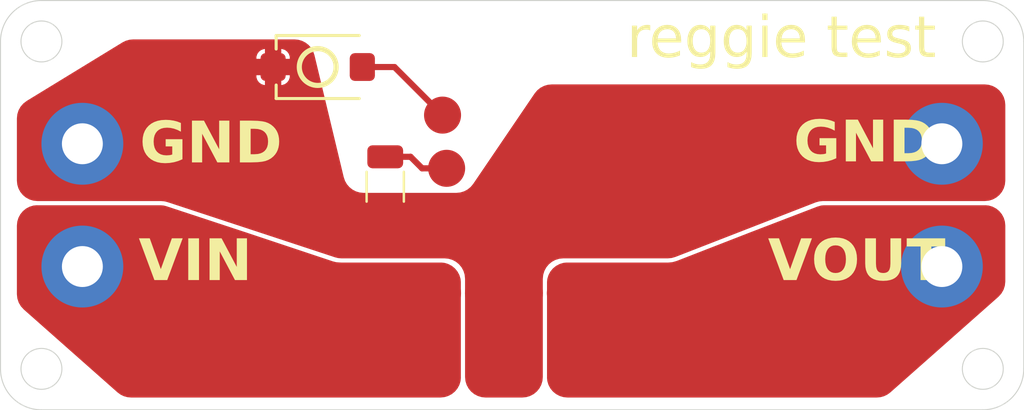
<source format=kicad_pcb>
(kicad_pcb (version 20241229) (generator "pcbnew") (generator_version "9.0")
  (layers (0 "F.Cu" signal) (2 "B.Cu" signal) (13 "F.Paste" user) (15 "B.Paste" user) (5 "F.SilkS" user "F.Silkscreen") (7 "B.SilkS" user "B.Silkscreen") (1 "F.Mask" user) (3 "B.Mask" user) (25 "Edge.Cuts" user))
  (net 0 "")
  (net 1 "VOUT")
  (net 2 "GND")
  (net 3 "VIN")
  (net 4 "EN")
  (net 5 "FB")
  (footprint "TestPoint:TestPoint_Keystone_5015_Micro-Minature" (layer "F.Cu") (at 131.4 119.8)
    (property "Reference" "REF**" (hide yes))
    (property "Value" "TestPoint_Keystone_5015_Micro-Minature" (hide yes))
  )
  (footprint "easyeda:SW-SMD_L3.9-W3.0-P4.45" (layer "F.Cu") (at 119.3 108.75)
    (property "Reference" "REF**" (hide yes))
    (property "Value" "SW-SMD_L3.9-W3.0-P4.45")
    (fp_line (start -2.03 -1.54) (end -2.03 -0.88) (stroke (width 0.15)) (layer "F.SilkS"))
    (fp_line (start -2.03 1.54) (end -2.03 0.88) (stroke (width 0.15)) (layer "F.SilkS"))
    (fp_line (start 2.03 -1.54) (end -2.03 -1.54) (stroke (width 0.15)) (layer "F.SilkS"))
    (fp_line (start 2.03 1.54) (end -2.03 1.54) (stroke (width 0.15)) (layer "F.SilkS"))
    (fp_circle (center 0 0) (end 0.9 0) (stroke (width 0.25)) (fill no) (layer "F.SilkS"))
    (pad "1" smd roundrect (at -2.18 0) (size 1.23 1.36) (layers "F.Cu" "F.Mask" "F.Paste") (roundrect_rratio 0.2032520325) (net 2 "GND") (thermal_bridge_width 0.8) (thermal_gap 0.2))
    (pad "2" smd roundrect (at 2.18 0) (size 1.23 1.36) (layers "F.Cu" "F.Mask" "F.Paste") (roundrect_rratio 0.2032520325) (net 4 "EN"))
  )
  (footprint "Resistor_SMD:R_1206_3216Metric" (layer "F.Cu") (at 122.6 114.6 -90)
    (property "Reference" "REF**" (hide yes))
    (property "Value" "R_1206_3216Metric")
    (fp_line (start -0.727064 0.91) (end 0.727064 0.91) (stroke (width 0.12)) (layer "F.SilkS"))
    (fp_line (start -0.727064 -0.91) (end 0.727064 -0.91) (stroke (width 0.12)) (layer "F.SilkS"))
    (pad "1" smd roundrect (at -1.4625 0 270) (size 1.125 1.75) (layers "F.Cu" "F.Mask" "F.Paste") (roundrect_rratio 0.222222) (net 5 "FB"))
    (pad "2" smd roundrect (at 1.4625 0 270) (size 1.125 1.75) (layers "F.Cu" "F.Mask" "F.Paste") (roundrect_rratio 0.222222) (net 2 "GND"))
  )
  (footprint "TestPoint:TestPoint_Keystone_5015_Micro-Minature" (layer "F.Cu") (at 125.4 119.8)
    (property "Reference" "REF**" (hide yes))
    (property "Value" "TestPoint_Keystone_5015_Micro-Minature" (hide yes))
  )
  (footprint "TestPoint:TestPoint_Keystone_5015_Micro-Minature" (layer "F.Cu") (at 128.5 115.5)
    (property "Reference" "REF**" (hide yes))
    (property "Value" "TestPoint_Keystone_5015_Micro-Minature" (hide yes))
  )
  (footprint "TestPoint:TestPoint_Keystone_5015_Micro-Minature" (layer "F.Cu") (at 125.6 113.7)
    (property "Reference" "REF**" (hide yes))
    (property "Value" "TestPoint_Keystone_5015_Micro-Minature" (hide yes))
  )
  (footprint "TestPoint:TestPoint_Keystone_5015_Micro-Minature" (layer "F.Cu") (at 125.4 111.1)
    (property "Reference" "REF**" (hide yes))
    (property "Value" "TestPoint_Keystone_5015_Micro-Minature" (hide yes))
  )
  (footprint "TestPoint:TestPoint_Keystone_5015_Micro-Minature" (layer "F.Cu") (at 129.4 119.8)
    (property "Reference" "REF**" (hide yes))
    (property "Value" "TestPoint_Keystone_5015_Micro-Minature" (hide yes))
  )
  (footprint "TestPoint:TestPoint_Keystone_5015_Micro-Minature" (layer "F.Cu") (at 127.4 119.8)
    (property "Reference" "REF**" (hide yes))
    (property "Value" "TestPoint_Keystone_5015_Micro-Minature" (hide yes))
  )
  (gr_circle (center 125.4 111.1) (end 126.3 111.1) (stroke (width 0.01)) (fill yes) (layer "F.Cu") (net 4))
  (gr_circle (center 127.4 119.8) (end 128.3 119.8) (stroke (width 0.01)) (fill yes) (layer "F.Cu") (net 2))
  (gr_circle (center 131.4 119.8) (end 132.3 119.8) (stroke (width 0.01)) (fill yes) (layer "F.Cu") (net 1))
  (gr_circle (center 125.6 113.7) (end 126.5 113.7) (stroke (width 0.01)) (fill yes) (layer "F.Cu") (net 5))
  (gr_circle (center 129.4 119.8) (end 130.3 119.8) (stroke (width 0.01)) (fill yes) (layer "F.Cu") (net 2))
  (gr_circle (center 125.4 119.8) (end 126.3 119.8) (stroke (width 0.01)) (fill yes) (layer "F.Cu") (net 3))
  (gr_circle (center 151.8 123.5) (end 151.8 122.5) (stroke (width 0.05)) (fill no) (layer "Edge.Cuts"))
  (gr_circle (center 151.8 107.5) (end 151.8 108.5) (stroke (width 0.05)) (fill no) (layer "Edge.Cuts"))
  (gr_line (start 105.8 105.5) (end 151.8 105.5) (stroke (width 0.05)) (layer "Edge.Cuts"))
  (gr_line (start 103.8 123.5) (end 103.8 107.5) (stroke (width 0.05)) (layer "Edge.Cuts"))
  (gr_circle (center 105.8 123.5) (end 105.8 122.5) (stroke (width 0.05)) (fill no) (layer "Edge.Cuts"))
  (gr_arc (start 105.8 125.5) (mid 104.385786 124.914214) (end 103.8 123.5) (stroke (width 0.05)) (layer "Edge.Cuts"))
  (gr_line (start 151.8 125.5) (end 105.8 125.5) (stroke (width 0.05)) (layer "Edge.Cuts"))
  (gr_arc (start 153.8 123.5) (mid 153.214214 124.914214) (end 151.8 125.5) (stroke (width 0.05)) (layer "Edge.Cuts"))
  (gr_circle (center 105.8 107.5) (end 105.8 106.5) (stroke (width 0.05)) (fill no) (layer "Edge.Cuts"))
  (gr_arc (start 103.8 107.5) (mid 104.385786 106.085786) (end 105.8 105.5) (stroke (width 0.05)) (layer "Edge.Cuts"))
  (gr_line (start 153.8 107.5) (end 153.8 123.5) (stroke (width 0.05)) (layer "Edge.Cuts"))
  (gr_arc (start 151.8 105.5) (mid 153.214214 106.085786) (end 153.8 107.5) (stroke (width 0.05)) (layer "Edge.Cuts"))
  (gr_text "reggie test" (at 134.4 108.6 0) (layer "F.SilkS") (effects (font (size 2 2) (thickness 0.25)) (justify left bottom)))
  (gr_text "GND" (at 110.6 113.75 0) (layer "F.SilkS") (effects (font (size 2 2) (thickness 0.3) (bold yes)) (justify left bottom)))
  (gr_text "VOUT" (at 141.3 119.5 0) (layer "F.SilkS") (effects (font (size 2 2) (thickness 0.3) (bold yes)) (justify left bottom)))
  (gr_text "GND" (at 142.55 113.7 0) (layer "F.SilkS") (effects (font (size 2 2) (thickness 0.3) (bold yes)) (justify left bottom)))
  (gr_text "VIN" (at 110.55 119.5 0) (layer "F.SilkS") (effects (font (size 2 2) (thickness 0.3) (bold yes)) (justify left bottom)))
  (via (at 149.8 118.5) (size 4) (drill 2) (layers "F.Cu" "B.Cu") (net 1))
  (via (at 149.8 112.5) (size 4) (drill 2) (layers "F.Cu" "B.Cu") (net 2))
  (via (at 107.8 112.5) (size 4) (drill 2) (layers "F.Cu" "B.Cu") (net 2))
  (via (at 107.8 118.5) (size 4) (drill 2) (layers "F.Cu" "B.Cu") (net 3))
  (segment (start 125.4 111.1) (end 123.05 108.75) (width 0.3) (layer "F.Cu") (net 4))
  (segment (start 123.05 108.75) (end 121.48 108.75) (width 0.3) (layer "F.Cu") (net 4))
  (segment (start 122.6 113.1375) (end 123.8375 113.1375) (width 0.3) (layer "F.Cu") (net 5))
  (segment (start 124.4 113.7) (end 125.6 113.7) (width 0.3) (layer "F.Cu") (net 5))
  (segment (start 123.8375 113.1375) (end 124.4 113.7) (width 0.3) (layer "F.Cu") (net 5))
  (zone (net 3) (net_name "VIN") (layer "F.Cu") (connect_pads yes (clearance 0.127)) (min_thickness 0.127) (fill yes (thermal_gap 0.5) (thermal_bridge_width 0.5) (smoothing fillet) (radius 1))
    (polygon (pts (xy 104.6 115.5) (xy 104.6 120.3) (xy 109.8 124.9) (xy 126.3 124.9) (xy 126.3 118.3) (xy 120.2 118.3) (xy 111.8 115.5)))
  )
  (zone (net 2) (net_name "GND") (layer "F.Cu") (priority 1) (connect_pads yes (clearance 0.127)) (min_thickness 0.127) (fill yes (thermal_gap 0.5) (thermal_bridge_width 0.5) (smoothing fillet) (radius 1))
    (polygon (pts (xy 104.6 115.3) (xy 111.8 115.3) (xy 120.3 118.1) (xy 126.5 118.1) (xy 126.5 124.9) (xy 130.3 124.9) (xy 130.3 118.1) (xy 136.6 118.1) (xy 143.8 115.3) (xy 152.9 115.3) (xy 152.9 109.6) (xy 130.2 109.6) (xy 126.600001 114.9) (xy 120.756 114.9) (xy 118.956 107.4) (xy 110 107.4) (xy 104.6 110.7)))
  )
  (zone (net 1) (net_name "VOUT") (layer "F.Cu") (connect_pads yes (clearance 0.127)) (min_thickness 0.127) (fill yes (thermal_gap 0.5) (thermal_bridge_width 0.5) (smoothing fillet) (radius 1))
    (polygon (pts (xy 152.9 115.5) (xy 152.9 119.680769) (xy 147 124.9) (xy 130.5 124.9) (xy 130.5 118.3) (xy 136.6 118.3) (xy 143.9 115.5)))
  )
)
</source>
